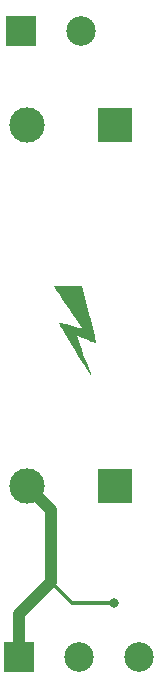
<source format=gbr>
%TF.GenerationSoftware,KiCad,Pcbnew,(6.0.6)*%
%TF.CreationDate,2023-06-07T09:40:16+01:00*%
%TF.ProjectId,DC_DC_Controller,44435f44-435f-4436-9f6e-74726f6c6c65,rev?*%
%TF.SameCoordinates,Original*%
%TF.FileFunction,Copper,L2,Bot*%
%TF.FilePolarity,Positive*%
%FSLAX46Y46*%
G04 Gerber Fmt 4.6, Leading zero omitted, Abs format (unit mm)*
G04 Created by KiCad (PCBNEW (6.0.6)) date 2023-06-07 09:40:16*
%MOMM*%
%LPD*%
G01*
G04 APERTURE LIST*
%TA.AperFunction,EtchedComponent*%
%ADD10C,0.010000*%
%TD*%
%TA.AperFunction,ComponentPad*%
%ADD11R,2.499360X2.499360*%
%TD*%
%TA.AperFunction,ComponentPad*%
%ADD12C,2.499360*%
%TD*%
%TA.AperFunction,ComponentPad*%
%ADD13C,3.000000*%
%TD*%
%TA.AperFunction,ComponentPad*%
%ADD14R,3.000000X3.000000*%
%TD*%
%TA.AperFunction,ViaPad*%
%ADD15C,0.800000*%
%TD*%
%TA.AperFunction,Conductor*%
%ADD16C,0.300000*%
%TD*%
%TA.AperFunction,Conductor*%
%ADD17C,1.000000*%
%TD*%
G04 APERTURE END LIST*
%TO.C,J3*%
G36*
X154341542Y-100480999D02*
G01*
X154449167Y-100913623D01*
X154549404Y-101320779D01*
X154640543Y-101695236D01*
X154720876Y-102029767D01*
X154788693Y-102317140D01*
X154842287Y-102550128D01*
X154879947Y-102721501D01*
X154899965Y-102824029D01*
X154901953Y-102851665D01*
X154854793Y-102836210D01*
X154741505Y-102793031D01*
X154574143Y-102726904D01*
X154364756Y-102642608D01*
X154125399Y-102544921D01*
X154051804Y-102514647D01*
X153807505Y-102414850D01*
X153591014Y-102328086D01*
X153414020Y-102258901D01*
X153288210Y-102211840D01*
X153225269Y-102191450D01*
X153220365Y-102191240D01*
X153232249Y-102232937D01*
X153272788Y-102348346D01*
X153340011Y-102532246D01*
X153431948Y-102779414D01*
X153546628Y-103084631D01*
X153682080Y-103442674D01*
X153836334Y-103848322D01*
X154007418Y-104296353D01*
X154193363Y-104781545D01*
X154392197Y-105298678D01*
X154440249Y-105423415D01*
X154462170Y-105495708D01*
X154460022Y-105518665D01*
X154434007Y-105484204D01*
X154370597Y-105387718D01*
X154276344Y-105239549D01*
X154157798Y-105050041D01*
X154021509Y-104829537D01*
X153957335Y-104724915D01*
X153582769Y-104112443D01*
X153250836Y-103568769D01*
X152959624Y-103090691D01*
X152707219Y-102675006D01*
X152491709Y-102318512D01*
X152311181Y-102018006D01*
X152163723Y-101770286D01*
X152047421Y-101572150D01*
X151960363Y-101420394D01*
X151900635Y-101311817D01*
X151866326Y-101243216D01*
X151855523Y-101211388D01*
X151856951Y-101208339D01*
X151906119Y-101215519D01*
X152025220Y-101242850D01*
X152202734Y-101287386D01*
X152427137Y-101346181D01*
X152686909Y-101416291D01*
X152895772Y-101473902D01*
X153172596Y-101550385D01*
X153420906Y-101617933D01*
X153629565Y-101673603D01*
X153787436Y-101714451D01*
X153883382Y-101737534D01*
X153908027Y-101741394D01*
X153886440Y-101705468D01*
X153820905Y-101606624D01*
X153715902Y-101451397D01*
X153575907Y-101246321D01*
X153405398Y-100997928D01*
X153208854Y-100712753D01*
X152990752Y-100397330D01*
X152755570Y-100058192D01*
X152674283Y-99941191D01*
X152434073Y-99595203D01*
X152209142Y-99270451D01*
X152004012Y-98973517D01*
X151823203Y-98710984D01*
X151671237Y-98489432D01*
X151552637Y-98315445D01*
X151471922Y-98195603D01*
X151433615Y-98136489D01*
X151431051Y-98131441D01*
X151471578Y-98125916D01*
X151585940Y-98120931D01*
X151763303Y-98116683D01*
X151992835Y-98113370D01*
X152263704Y-98111189D01*
X152565078Y-98110337D01*
X152589931Y-98110332D01*
X153748811Y-98110332D01*
X154341542Y-100480999D01*
G37*
D10*
X154341542Y-100480999D02*
X154449167Y-100913623D01*
X154549404Y-101320779D01*
X154640543Y-101695236D01*
X154720876Y-102029767D01*
X154788693Y-102317140D01*
X154842287Y-102550128D01*
X154879947Y-102721501D01*
X154899965Y-102824029D01*
X154901953Y-102851665D01*
X154854793Y-102836210D01*
X154741505Y-102793031D01*
X154574143Y-102726904D01*
X154364756Y-102642608D01*
X154125399Y-102544921D01*
X154051804Y-102514647D01*
X153807505Y-102414850D01*
X153591014Y-102328086D01*
X153414020Y-102258901D01*
X153288210Y-102211840D01*
X153225269Y-102191450D01*
X153220365Y-102191240D01*
X153232249Y-102232937D01*
X153272788Y-102348346D01*
X153340011Y-102532246D01*
X153431948Y-102779414D01*
X153546628Y-103084631D01*
X153682080Y-103442674D01*
X153836334Y-103848322D01*
X154007418Y-104296353D01*
X154193363Y-104781545D01*
X154392197Y-105298678D01*
X154440249Y-105423415D01*
X154462170Y-105495708D01*
X154460022Y-105518665D01*
X154434007Y-105484204D01*
X154370597Y-105387718D01*
X154276344Y-105239549D01*
X154157798Y-105050041D01*
X154021509Y-104829537D01*
X153957335Y-104724915D01*
X153582769Y-104112443D01*
X153250836Y-103568769D01*
X152959624Y-103090691D01*
X152707219Y-102675006D01*
X152491709Y-102318512D01*
X152311181Y-102018006D01*
X152163723Y-101770286D01*
X152047421Y-101572150D01*
X151960363Y-101420394D01*
X151900635Y-101311817D01*
X151866326Y-101243216D01*
X151855523Y-101211388D01*
X151856951Y-101208339D01*
X151906119Y-101215519D01*
X152025220Y-101242850D01*
X152202734Y-101287386D01*
X152427137Y-101346181D01*
X152686909Y-101416291D01*
X152895772Y-101473902D01*
X153172596Y-101550385D01*
X153420906Y-101617933D01*
X153629565Y-101673603D01*
X153787436Y-101714451D01*
X153883382Y-101737534D01*
X153908027Y-101741394D01*
X153886440Y-101705468D01*
X153820905Y-101606624D01*
X153715902Y-101451397D01*
X153575907Y-101246321D01*
X153405398Y-100997928D01*
X153208854Y-100712753D01*
X152990752Y-100397330D01*
X152755570Y-100058192D01*
X152674283Y-99941191D01*
X152434073Y-99595203D01*
X152209142Y-99270451D01*
X152004012Y-98973517D01*
X151823203Y-98710984D01*
X151671237Y-98489432D01*
X151552637Y-98315445D01*
X151471922Y-98195603D01*
X151433615Y-98136489D01*
X151431051Y-98131441D01*
X151471578Y-98125916D01*
X151585940Y-98120931D01*
X151763303Y-98116683D01*
X151992835Y-98113370D01*
X152263704Y-98111189D01*
X152565078Y-98110337D01*
X152589931Y-98110332D01*
X153748811Y-98110332D01*
X154341542Y-100480999D01*
%TD*%
D11*
%TO.P,J1,1,Pin_1*%
%TO.N,Net-(DCDC1-Pad1)*%
X148420000Y-129500000D03*
D12*
%TO.P,J1,2,Pin_2*%
%TO.N,Net-(J1-Pad2)*%
X153500000Y-129500000D03*
%TO.P,J1,3,Pin_3*%
%TO.N,Net-(J1-Pad3)*%
X158580000Y-129500000D03*
%TD*%
D11*
%TO.P,J6,1,Pin_1*%
%TO.N,Net-(D1-Pad1)*%
X148590000Y-76500000D03*
D12*
%TO.P,J6,2,Pin_2*%
%TO.N,Net-(DCDC1-Pad3)*%
X153670000Y-76500000D03*
%TD*%
D13*
%TO.P,DCDC1,1,-Vin*%
%TO.N,Net-(DCDC1-Pad1)*%
X149105000Y-115000000D03*
D14*
%TO.P,DCDC1,2,+Vin*%
%TO.N,Net-(DCDC1-Pad2)*%
X156605000Y-115000000D03*
%TO.P,DCDC1,3,+Vout*%
%TO.N,Net-(DCDC1-Pad3)*%
X156605000Y-84500000D03*
D13*
%TO.P,DCDC1,4,-Vout*%
%TO.N,Net-(D1-Pad1)*%
X149105000Y-84500000D03*
%TD*%
D15*
%TO.N,Net-(DCDC1-Pad1)*%
X156464000Y-124968000D03*
%TD*%
D16*
%TO.N,Net-(DCDC1-Pad1)*%
X156464000Y-124968000D02*
X152908000Y-124968000D01*
X152908000Y-124968000D02*
X151130000Y-123190000D01*
D17*
X151130000Y-123190000D02*
X151130000Y-117025000D01*
X148420000Y-125900000D02*
X151130000Y-123190000D01*
X151130000Y-117025000D02*
X149105000Y-115000000D01*
X148420000Y-129500000D02*
X148420000Y-125900000D01*
%TD*%
M02*

</source>
